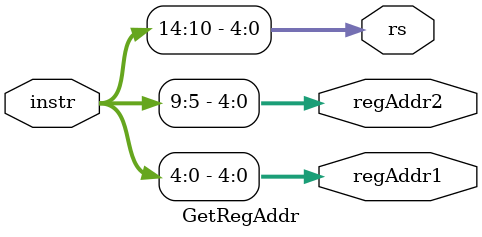
<source format=v>
`timescale 1ns / 1ps
module GetRegAddr(
    input [14:0] instr,
    output reg [4:0] regAddr1,
    output reg [4:0] regAddr2,
	 output reg [4:0] rs
    );


always@(*)
begin
	regAddr1 			= instr[4:0]; // rd
	regAddr2 			= instr[9:5]; // rt
	rs						= instr[14:10];
end

endmodule

</source>
